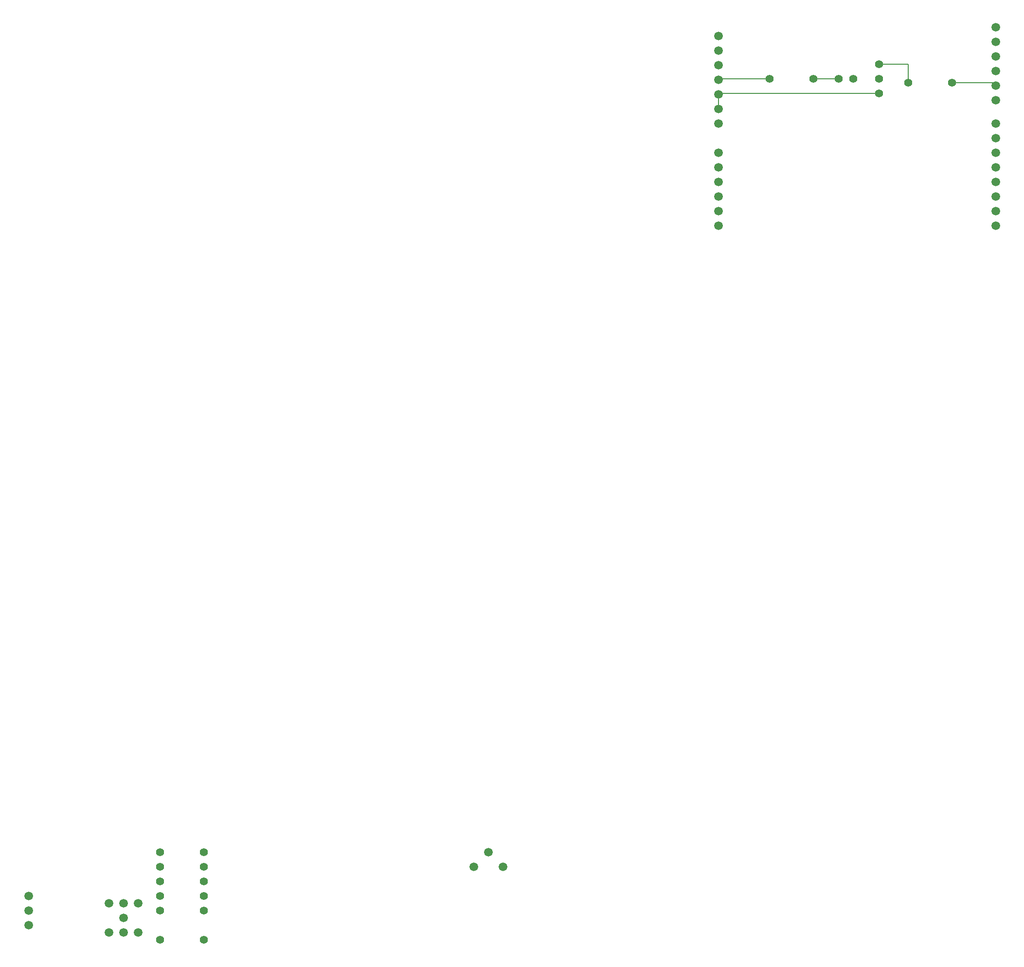
<source format=gbr>
G04 EAGLE Gerber RS-274X export*
G75*
%MOIN*%
%FSLAX35Y35*%
%LPD*%
%INComponent side*%
%IPPOS*%
%AMOC8*
5,1,8,0,0,1.08239X$1,22.5*%
G01*
G04 Define Apertures*
%ADD10C,0.059370*%
%ADD11C,0.056000*%
%ADD12C,0.006000*%
D10*
X377500Y214531D03*
X377500Y224531D03*
X377500Y234531D03*
X377500Y244531D03*
X377500Y254531D03*
X377500Y264531D03*
X377500Y284531D03*
X377500Y294531D03*
X377500Y304531D03*
X377500Y314531D03*
X377500Y324531D03*
X377500Y334531D03*
X377500Y344531D03*
X567500Y214531D03*
X567500Y224531D03*
X567500Y234531D03*
X567500Y244531D03*
X567500Y254531D03*
X567500Y264531D03*
X567500Y274531D03*
X567500Y284531D03*
X567500Y300531D03*
X567500Y310531D03*
X567500Y320531D03*
X567500Y330531D03*
X567500Y340531D03*
X567500Y350531D03*
D11*
X537500Y312500D03*
X507500Y312500D03*
X442500Y315000D03*
X412500Y315000D03*
X460000Y315000D03*
X470000Y315000D03*
X487500Y305000D03*
X487500Y315000D03*
X487500Y325000D03*
X-5000Y-215000D03*
X25000Y-215000D03*
X-5000Y-225000D03*
X25000Y-225000D03*
X-5000Y-235000D03*
X25000Y-235000D03*
X-5000Y-245000D03*
X25000Y-245000D03*
X-5000Y-255000D03*
X25000Y-255000D03*
X-5000Y-275000D03*
X25000Y-275000D03*
D10*
X-40000Y-250000D03*
X-30000Y-250000D03*
X-20000Y-250000D03*
X-30000Y-260000D03*
X-40000Y-270000D03*
X-30000Y-270000D03*
X-20000Y-270000D03*
X-95000Y-245000D03*
X-95000Y-255000D03*
X-95000Y-265000D03*
X210000Y-225000D03*
X230000Y-225000D03*
X220000Y-215000D03*
D12*
X377500Y294531D02*
X377500Y304531D01*
X377969Y305000D01*
X487500Y305000D01*
X377969Y315000D02*
X377500Y314531D01*
X377969Y315000D02*
X412500Y315000D01*
X442500Y315000D02*
X460000Y315000D01*
X487500Y325000D02*
X507500Y325000D01*
X507500Y312500D01*
X537500Y312500D02*
X565531Y312500D01*
X567500Y310531D01*
M02*

</source>
